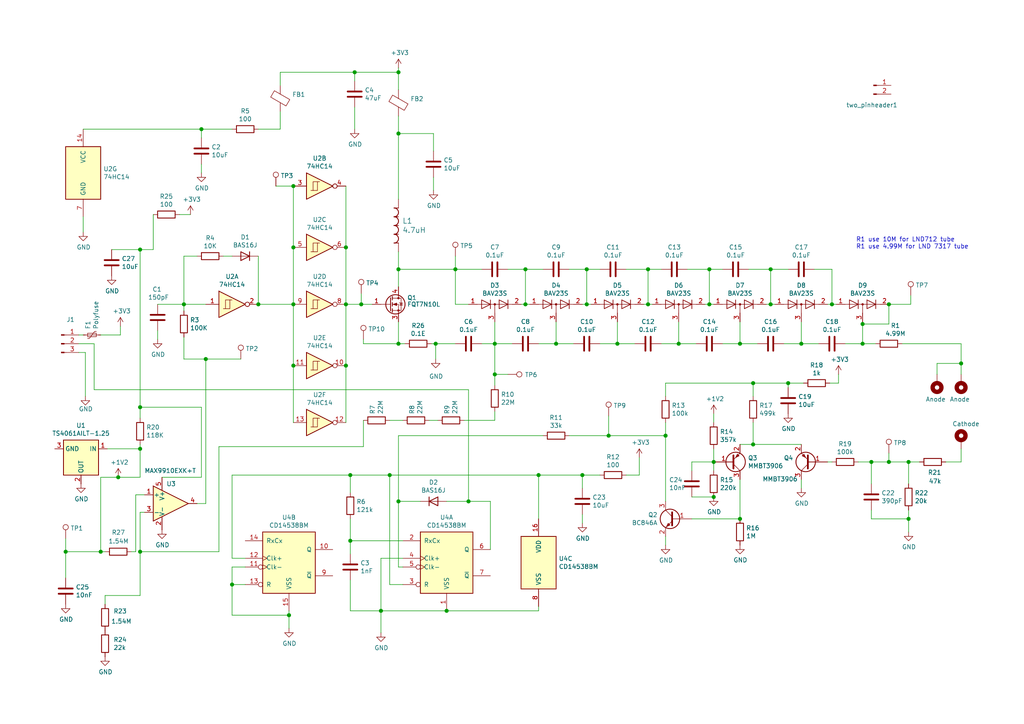
<source format=kicad_sch>
(kicad_sch (version 20210406) (generator eeschema)
  (paper "A4")
  (title_block (title "SafePulse High Voltage Geiger Muller Power Supply") (date "2021-05-10") (rev "1.2.1e") (company "SafeCast Team") (comment 1 "Double Sided Version") (comment 2 "contact: Allan Lind allan@safecast.org and Rob Oudendijk rob@safecast.org"))
  (lib_symbols
    (symbol "2021-01-06_02-33-04:NRS6020T2R2NMGJ" (pin_numbers hide) (pin_names (offset 1.651) hide)
      (property "Reference" "L" (at 6.985 5.08 0))
      (property "Value" "NRS6020T2R2NMGJ" (at 6.985 -5.715 0))
      (symbol "NRS6020T2R2NMGJ_1_1"
        (pin unspecified line (at 15.24 0 180) (length 2.54) (name "1") (number "1"))
        (pin unspecified line (at 0 0 0) (length 2.54) (name "2") (number "2"))
      )
    )
    (symbol "4xxx:4538" (pin_names (offset 1.016))
      (property "Reference" "U" (at -7.62 8.89 0))
      (property "Value" "4538" (at -7.62 -11.43 0))
      (symbol "4538_1_0"
        (pin power_in line (at 0 -15.24 90) (length 5.08) (name "VSS") (number "1"))
        (pin input line (at -12.7 5.08 0) (length 5.08) (name "RxCx") (number "2"))
        (pin input inverted (at -12.7 -7.62 0) (length 5.08) (name "R") (number "3"))
        (pin input clock (at -12.7 0 0) (length 5.08) (name "Clk+") (number "4"))
        (pin input inverted_clock (at -12.7 -2.54 0) (length 5.08) (name "Clk-") (number "5"))
        (pin output line (at 12.7 2.54 180) (length 5.08) (name "Q") (number "6"))
        (pin output line (at 12.7 -5.08 180) (length 5.08) (name "~Q") (number "7"))
      )
      (symbol "4538_2_0"
        (pin output line (at 12.7 2.54 180) (length 5.08) (name "Q") (number "10"))
        (pin input inverted_clock (at -12.7 -2.54 0) (length 5.08) (name "Clk-") (number "11"))
        (pin input clock (at -12.7 0 0) (length 5.08) (name "Clk+") (number "12"))
        (pin input inverted (at -12.7 -7.62 0) (length 5.08) (name "R") (number "13"))
        (pin input line (at -12.7 5.08 0) (length 5.08) (name "RxCx") (number "14"))
        (pin power_in line (at 0 -15.24 90) (length 5.08) (name "VSS") (number "15"))
        (pin output line (at 12.7 -5.08 180) (length 5.08) (name "~Q") (number "9"))
      )
      (symbol "4538_3_0"
        (pin power_in line (at 0 12.7 270) (length 5.08) (name "VDD") (number "16"))
        (pin power_in line (at 0 -12.7 90) (length 5.08) (name "VSS") (number "8"))
      )
    )
    (symbol "74xx:74HC14" (pin_names (offset 1.016))
      (property "Reference" "U" (at 0 1.27 0))
      (property "Value" "74HC14" (at 0 -1.27 0))
      (symbol "74HC14_1_0"
        (pin input line (at -7.62 0 0) (length 3.81) (name "~") (number "1"))
        (pin output inverted (at 7.62 0 180) (length 3.81) (name "~") (number "2"))
      )
      (symbol "74HC14_2_0"
        (pin input line (at -7.62 0 0) (length 3.81) (name "~") (number "3"))
        (pin output inverted (at 7.62 0 180) (length 3.81) (name "~") (number "4"))
      )
      (symbol "74HC14_3_0"
        (pin input line (at -7.62 0 0) (length 3.81) (name "~") (number "5"))
        (pin output inverted (at 7.62 0 180) (length 3.81) (name "~") (number "6"))
      )
      (symbol "74HC14_4_0"
        (pin output inverted (at 7.62 0 180) (length 3.81) (name "~") (number "8"))
        (pin input line (at -7.62 0 0) (length 3.81) (name "~") (number "9"))
      )
      (symbol "74HC14_5_0"
        (pin output inverted (at 7.62 0 180) (length 3.81) (name "~") (number "10"))
        (pin input line (at -7.62 0 0) (length 3.81) (name "~") (number "11"))
      )
      (symbol "74HC14_6_0"
        (pin output inverted (at 7.62 0 180) (length 3.81) (name "~") (number "12"))
        (pin input line (at -7.62 0 0) (length 3.81) (name "~") (number "13"))
      )
      (symbol "74HC14_7_0"
        (pin power_in line (at 0 12.7 270) (length 5.08) (name "VCC") (number "14"))
        (pin power_in line (at 0 -12.7 90) (length 5.08) (name "GND") (number "7"))
      )
    )
    (symbol "Amplifier_Operational:MCP6L01Ux-xOT" (pin_names (offset 0.127))
      (property "Reference" "U" (at 0 7.62 0))
      (property "Value" "MCP6L01Ux-xOT" (at 0 5.08 0))
      (symbol "MCP6L01Ux-xOT_1_1"
        (pin input line (at -7.62 2.54 0) (length 2.54) (name "+") (number "1"))
        (pin power_in line (at -2.54 -7.62 90) (length 3.81) (name "V-") (number "2"))
        (pin input line (at -7.62 -2.54 0) (length 2.54) (name "-") (number "3"))
        (pin output line (at 7.62 0 180) (length 2.54) (name "~") (number "4"))
        (pin power_in line (at -2.54 7.62 270) (length 3.81) (name "V+") (number "5"))
      )
    )
    (symbol "Connector:Conn_01x02_Male" (pin_names (offset 1.016) hide)
      (property "Reference" "J" (at 0 2.54 0))
      (property "Value" "Conn_01x02_Male" (at 0 -5.08 0))
      (symbol "Conn_01x02_Male_1_1"
        (pin passive line (at 5.08 0 180) (length 3.81) (name "Pin_1") (number "1"))
        (pin passive line (at 5.08 -2.54 180) (length 3.81) (name "Pin_2") (number "2"))
      )
    )
    (symbol "Connector:Conn_01x03_Male" (pin_names (offset 1.016) hide)
      (property "Reference" "J" (at 0 5.08 0))
      (property "Value" "Conn_01x03_Male" (at 0 -5.08 0))
      (symbol "Conn_01x03_Male_1_1"
        (pin passive line (at 5.08 2.54 180) (length 3.81) (name "Pin_1") (number "1"))
        (pin passive line (at 5.08 0 180) (length 3.81) (name "Pin_2") (number "2"))
        (pin passive line (at 5.08 -2.54 180) (length 3.81) (name "Pin_3") (number "3"))
      )
    )
    (symbol "Connector:TestPoint" (pin_numbers hide) (pin_names (offset 0.762) hide)
      (property "Reference" "TP" (at 0 6.858 0))
      (property "Value" "TestPoint" (at 0 5.08 0))
      (symbol "TestPoint_1_1"
        (pin passive line (at 0 0 90) (length 2.54) (name "1") (number "1"))
      )
    )
    (symbol "Device:C" (pin_numbers hide) (pin_names (offset 0.254))
      (property "Reference" "C" (at 0.635 2.54 0))
      (property "Value" "C" (at 0.635 -2.54 0))
      (symbol "C_1_1"
        (pin passive line (at 0 3.81 270) (length 2.794) (name "~") (number "1"))
        (pin passive line (at 0 -3.81 90) (length 2.794) (name "~") (number "2"))
      )
    )
    (symbol "Device:Ferrite_Bead" (pin_numbers hide) (pin_names (offset 0))
      (property "Reference" "FB" (at -3.81 0.635 90))
      (property "Value" "Ferrite_Bead" (at 3.81 0 90))
      (symbol "Ferrite_Bead_1_1"
        (pin passive line (at 0 3.81 270) (length 2.54) (name "~") (number "1"))
        (pin passive line (at 0 -3.81 90) (length 2.54) (name "~") (number "2"))
      )
    )
    (symbol "Device:Polyfuse_Small" (pin_numbers hide) (pin_names (offset 0))
      (property "Reference" "F" (at -1.905 0 90))
      (property "Value" "Polyfuse_Small" (at 1.905 0 90))
      (symbol "Polyfuse_Small_1_1"
        (pin passive line (at 0 2.54 270) (length 0.635) (name "~") (number "1"))
        (pin passive line (at 0 -2.54 90) (length 0.635) (name "~") (number "2"))
      )
    )
    (symbol "Device:R" (pin_numbers hide) (pin_names (offset 0))
      (property "Reference" "R" (at 2.032 0 90))
      (property "Value" "R" (at 0 0 90))
      (symbol "R_1_1"
        (pin passive line (at 0 3.81 270) (length 1.27) (name "~") (number "1"))
        (pin passive line (at 0 -3.81 90) (length 1.27) (name "~") (number "2"))
      )
    )
    (symbol "Diode:1N4148W" (pin_numbers hide) (pin_names (offset 1.016) hide)
      (property "Reference" "D" (at 0 2.54 0))
      (property "Value" "1N4148W" (at 0 -2.54 0))
      (symbol "1N4148W_1_1"
        (pin passive line (at -3.81 0 0) (length 2.54) (name "K") (number "1"))
        (pin passive line (at 3.81 0 180) (length 2.54) (name "A") (number "2"))
      )
    )
    (symbol "Diode:BAV99" (pin_names hide)
      (property "Reference" "D" (at 0 5.08 0))
      (property "Value" "BAV99" (at 0 2.54 0))
      (symbol "BAV99_1_1"
        (pin passive line (at -7.62 0 0) (length 2.54) (name "K") (number "1"))
        (pin passive line (at 7.62 0 180) (length 2.54) (name "A") (number "2"))
        (pin passive line (at 0 -5.08 90) (length 2.54) (name "K") (number "3"))
      )
    )
    (symbol "Mechanical:MountingHole_Pad" (pin_numbers hide) (pin_names (offset 1.016) hide)
      (property "Reference" "H" (at 0 6.35 0))
      (property "Value" "MountingHole_Pad" (at 0 4.445 0))
      (symbol "MountingHole_Pad_1_1"
        (pin input line (at 0 -2.54 90) (length 2.54) (name "1") (number "1"))
      )
    )
    (symbol "Reference_Voltage:MAX6035xxUR30"
      (property "Reference" "U" (at 0 6.35 0))
      (property "Value" "MAX6035xxUR30" (at 2.54 -6.35 0))
      (symbol "MAX6035xxUR30_1_1"
        (pin power_in line (at -2.54 7.62 270) (length 2.54) (name "IN") (number "1"))
        (pin power_out line (at 7.62 0 180) (length 2.54) (name "OUT") (number "2"))
        (pin power_in line (at -2.54 -7.62 90) (length 2.54) (name "GND") (number "3"))
      )
    )
    (symbol "Transistor_BJT:BC846" (pin_names (offset 0) hide)
      (property "Reference" "Q" (at 5.08 1.905 0))
      (property "Value" "BC846" (at 5.08 0 0))
      (symbol "BC846_1_1"
        (pin input line (at -5.08 0 0) (length 5.715) (name "B") (number "1"))
        (pin passive line (at 2.54 -5.08 90) (length 2.54) (name "E") (number "2"))
        (pin passive line (at 2.54 5.08 270) (length 2.54) (name "C") (number "3"))
      )
    )
    (symbol "Transistor_BJT:MMBT3906" (pin_names (offset 0) hide)
      (property "Reference" "Q" (at 5.08 1.905 0))
      (property "Value" "MMBT3906" (at 5.08 0 0))
      (symbol "MMBT3906_1_1"
        (pin input line (at -5.08 0 0) (length 5.715) (name "B") (number "1"))
        (pin passive line (at 2.54 -5.08 90) (length 2.54) (name "E") (number "2"))
        (pin passive line (at 2.54 5.08 270) (length 2.54) (name "C") (number "3"))
      )
    )
    (symbol "Transistor_FET:IRF6655" (pin_names hide)
      (property "Reference" "Q" (at 5.08 1.905 0))
      (property "Value" "IRF6655" (at 5.08 0 0))
      (symbol "IRF6655_1_1"
        (pin input line (at -5.08 0 0) (length 2.54) (name "G") (number "1"))
        (pin passive line (at 2.54 -5.08 90) (length 2.54) (name "S") (number "3"))
        (pin passive line (at 2.54 5.08 270) (length 2.54) (name "D") (number "4"))
      )
    )
    (symbol "power:+1V2" (power) (pin_names (offset 0))
      (property "Value" "+1V2" (at 0 3.556 0))
      (symbol "+1V2_1_1"
        (pin power_in line (at 0 0 90) (length 0) hide (name "+1V2") (number "1"))
      )
    )
    (symbol "power:+3.3V" (power) (pin_names (offset 0))
      (property "Value" "+3.3V" (at 0 3.556 0))
      (symbol "+3.3V_1_1"
        (pin power_in line (at 0 0 90) (length 0) hide (name "+3V3") (number "1"))
      )
    )
    (symbol "power:+3V3" (power) (pin_names (offset 0))
      (property "Value" "+3V3" (at 0 3.556 0))
      (symbol "+3V3_1_1"
        (pin power_in line (at 0 0 90) (length 0) hide (name "+3V3") (number "1"))
      )
    )
    (symbol "power:GND" (power) (pin_names (offset 0))
      (property "Value" "GND" (at 0 -3.81 0))
      (symbol "GND_1_1"
        (pin power_in line (at 0 0 270) (length 0) hide (name "GND") (number "1"))
      )
    )
  )
  (junction (at 19.05 160.02) (diameter 1.016))
  (junction (at 29.21 160.02) (diameter 1.016))
  (junction (at 34.29 138.43) (diameter 1.016))
  (junction (at 40.64 72.39) (diameter 1.016))
  (junction (at 40.64 118.11) (diameter 1.016))
  (junction (at 40.64 130.175) (diameter 1.016))
  (junction (at 40.64 160.02) (diameter 1.016))
  (junction (at 53.34 88.265) (diameter 1.016))
  (junction (at 58.42 37.465) (diameter 1.016))
  (junction (at 59.69 104.14) (diameter 1.016))
  (junction (at 67.31 169.545) (diameter 1.016))
  (junction (at 74.93 88.265) (diameter 1.016))
  (junction (at 83.82 178.435) (diameter 1.016))
  (junction (at 85.09 53.975) (diameter 1.016))
  (junction (at 85.09 71.755) (diameter 1.016))
  (junction (at 85.09 88.265) (diameter 1.016))
  (junction (at 85.09 106.045) (diameter 1.016))
  (junction (at 100.33 71.755) (diameter 1.016))
  (junction (at 100.33 88.265) (diameter 1.016))
  (junction (at 100.33 106.045) (diameter 1.016))
  (junction (at 101.6 137.795) (diameter 1.016))
  (junction (at 101.6 156.845) (diameter 1.016))
  (junction (at 102.87 20.955) (diameter 1.016))
  (junction (at 104.775 88.265) (diameter 1.016))
  (junction (at 110.49 177.165) (diameter 1.016))
  (junction (at 113.03 137.795) (diameter 1.016))
  (junction (at 115.57 20.955) (diameter 1.016))
  (junction (at 115.57 38.735) (diameter 1.016))
  (junction (at 115.57 78.105) (diameter 1.016))
  (junction (at 115.57 99.695) (diameter 1.016))
  (junction (at 115.57 145.415) (diameter 1.016))
  (junction (at 126.365 99.695) (diameter 1.016))
  (junction (at 129.54 177.165) (diameter 1.016))
  (junction (at 132.08 78.105) (diameter 1.016))
  (junction (at 135.89 145.415) (diameter 1.016))
  (junction (at 143.51 99.695) (diameter 1.016))
  (junction (at 143.51 108.585) (diameter 1.016))
  (junction (at 152.4 78.105) (diameter 1.016))
  (junction (at 152.4 88.265) (diameter 1.016))
  (junction (at 156.21 137.795) (diameter 1.016))
  (junction (at 161.29 99.695) (diameter 1.016))
  (junction (at 168.91 137.795) (diameter 1.016))
  (junction (at 170.18 78.105) (diameter 1.016))
  (junction (at 170.18 88.265) (diameter 1.016))
  (junction (at 176.53 126.365) (diameter 1.016))
  (junction (at 179.07 99.695) (diameter 1.016))
  (junction (at 187.96 78.105) (diameter 1.016))
  (junction (at 187.96 88.265) (diameter 1.016))
  (junction (at 193.04 126.365) (diameter 1.016))
  (junction (at 196.85 99.695) (diameter 1.016))
  (junction (at 205.74 78.105) (diameter 1.016))
  (junction (at 205.74 88.265) (diameter 1.016))
  (junction (at 207.01 133.985) (diameter 1.016))
  (junction (at 207.01 144.145) (diameter 1.016))
  (junction (at 214.63 99.695) (diameter 1.016))
  (junction (at 214.63 150.495) (diameter 1.016))
  (junction (at 218.44 111.125) (diameter 1.016))
  (junction (at 218.44 128.905) (diameter 1.016))
  (junction (at 223.52 78.105) (diameter 1.016))
  (junction (at 223.52 88.265) (diameter 1.016))
  (junction (at 228.6 111.125) (diameter 1.016))
  (junction (at 232.41 99.695) (diameter 1.016))
  (junction (at 241.3 88.265) (diameter 1.016))
  (junction (at 250.19 93.98) (diameter 1.016))
  (junction (at 250.19 99.695) (diameter 1.016))
  (junction (at 252.73 133.985) (diameter 1.016))
  (junction (at 257.81 88.265) (diameter 1.016))
  (junction (at 257.81 133.985) (diameter 1.016))
  (junction (at 263.525 133.985) (diameter 1.016))
  (junction (at 263.525 150.495) (diameter 1.016))
  (junction (at 278.765 105.41) (diameter 1.016))
  (wire (pts (xy 19.05 156.21) (xy 19.05 160.02)))
  (wire (pts (xy 19.05 160.02) (xy 19.05 167.64)))
  (wire (pts (xy 19.05 160.02) (xy 29.21 160.02)))
  (wire (pts (xy 22.86 97.155) (xy 24.13 97.155)))
  (wire (pts (xy 22.86 99.695) (xy 27.305 99.695)))
  (wire (pts (xy 22.86 102.235) (xy 24.765 102.235)))
  (wire (pts (xy 24.13 37.465) (xy 58.42 37.465)))
  (wire (pts (xy 24.13 62.865) (xy 24.13 67.31)))
  (wire (pts (xy 24.765 102.235) (xy 24.765 114.935)))
  (wire (pts (xy 27.305 99.695) (xy 27.305 113.03)))
  (wire (pts (xy 27.305 113.03) (xy 135.89 113.03)))
  (wire (pts (xy 29.21 97.155) (xy 34.925 97.155)))
  (wire (pts (xy 29.21 138.43) (xy 29.21 160.02)))
  (wire (pts (xy 29.21 138.43) (xy 34.29 138.43)))
  (wire (pts (xy 29.21 160.02) (xy 30.48 160.02)))
  (wire (pts (xy 30.48 172.72) (xy 30.48 175.26)))
  (wire (pts (xy 31.115 130.175) (xy 40.64 130.175)))
  (wire (pts (xy 32.385 72.39) (xy 40.64 72.39)))
  (wire (pts (xy 34.925 97.155) (xy 34.925 94.615)))
  (wire (pts (xy 38.1 160.02) (xy 39.37 160.02)))
  (wire (pts (xy 39.37 143.51) (xy 39.37 160.02)))
  (wire (pts (xy 39.37 143.51) (xy 41.91 143.51)))
  (wire (pts (xy 40.64 72.39) (xy 40.64 118.11)))
  (wire (pts (xy 40.64 72.39) (xy 44.45 72.39)))
  (wire (pts (xy 40.64 118.11) (xy 40.64 121.285)))
  (wire (pts (xy 40.64 128.905) (xy 40.64 130.175)))
  (wire (pts (xy 40.64 130.175) (xy 40.64 138.43)))
  (wire (pts (xy 40.64 138.43) (xy 34.29 138.43)))
  (wire (pts (xy 40.64 148.59) (xy 40.64 160.02)))
  (wire (pts (xy 40.64 148.59) (xy 41.91 148.59)))
  (wire (pts (xy 40.64 160.02) (xy 40.64 172.72)))
  (wire (pts (xy 40.64 160.02) (xy 63.5 160.02)))
  (wire (pts (xy 40.64 172.72) (xy 30.48 172.72)))
  (wire (pts (xy 44.45 72.39) (xy 44.45 62.23)))
  (wire (pts (xy 45.72 88.265) (xy 53.34 88.265)))
  (wire (pts (xy 45.72 95.885) (xy 45.72 98.425)))
  (wire (pts (xy 46.99 138.43) (xy 58.42 138.43)))
  (wire (pts (xy 52.07 62.23) (xy 55.245 62.23)))
  (wire (pts (xy 53.34 74.295) (xy 53.34 88.265)))
  (wire (pts (xy 53.34 74.295) (xy 57.15 74.295)))
  (wire (pts (xy 53.34 88.265) (xy 53.34 90.17)))
  (wire (pts (xy 53.34 88.265) (xy 59.69 88.265)))
  (wire (pts (xy 53.34 97.79) (xy 53.34 104.14)))
  (wire (pts (xy 53.34 104.14) (xy 59.69 104.14)))
  (wire (pts (xy 57.15 146.05) (xy 59.69 146.05)))
  (wire (pts (xy 58.42 40.005) (xy 58.42 37.465)))
  (wire (pts (xy 58.42 50.165) (xy 58.42 47.625)))
  (wire (pts (xy 58.42 118.11) (xy 40.64 118.11)))
  (wire (pts (xy 58.42 118.11) (xy 58.42 138.43)))
  (wire (pts (xy 59.69 104.14) (xy 59.69 146.05)))
  (wire (pts (xy 59.69 104.14) (xy 69.85 104.14)))
  (wire (pts (xy 63.5 129.54) (xy 105.41 129.54)))
  (wire (pts (xy 63.5 160.02) (xy 63.5 129.54)))
  (wire (pts (xy 64.77 74.295) (xy 67.31 74.295)))
  (wire (pts (xy 67.31 37.465) (xy 58.42 37.465)))
  (wire (pts (xy 67.31 137.795) (xy 67.31 161.925)))
  (wire (pts (xy 67.31 161.925) (xy 71.12 161.925)))
  (wire (pts (xy 67.31 164.465) (xy 67.31 169.545)))
  (wire (pts (xy 67.31 169.545) (xy 67.31 178.435)))
  (wire (pts (xy 67.31 178.435) (xy 83.82 178.435)))
  (wire (pts (xy 71.12 164.465) (xy 67.31 164.465)))
  (wire (pts (xy 71.12 169.545) (xy 67.31 169.545)))
  (wire (pts (xy 74.93 37.465) (xy 81.28 37.465)))
  (wire (pts (xy 74.93 74.295) (xy 74.93 88.265)))
  (wire (pts (xy 74.93 88.265) (xy 85.09 88.265)))
  (wire (pts (xy 80.01 53.975) (xy 85.09 53.975)))
  (wire (pts (xy 81.28 20.955) (xy 102.87 20.955)))
  (wire (pts (xy 81.28 24.765) (xy 81.28 20.955)))
  (wire (pts (xy 81.28 37.465) (xy 81.28 32.385)))
  (wire (pts (xy 83.82 178.435) (xy 83.82 177.165)))
  (wire (pts (xy 83.82 182.245) (xy 83.82 178.435)))
  (wire (pts (xy 85.09 53.975) (xy 85.09 71.755)))
  (wire (pts (xy 85.09 71.755) (xy 85.09 88.265)))
  (wire (pts (xy 85.09 106.045) (xy 85.09 88.265)))
  (wire (pts (xy 85.09 106.045) (xy 85.09 122.555)))
  (wire (pts (xy 100.33 53.975) (xy 100.33 71.755)))
  (wire (pts (xy 100.33 71.755) (xy 100.33 88.265)))
  (wire (pts (xy 100.33 88.265) (xy 100.33 106.045)))
  (wire (pts (xy 100.33 88.265) (xy 104.775 88.265)))
  (wire (pts (xy 100.33 106.045) (xy 100.33 122.555)))
  (wire (pts (xy 101.6 137.795) (xy 67.31 137.795)))
  (wire (pts (xy 101.6 142.875) (xy 101.6 137.795)))
  (wire (pts (xy 101.6 150.495) (xy 101.6 156.845)))
  (wire (pts (xy 101.6 156.845) (xy 101.6 160.655)))
  (wire (pts (xy 101.6 168.275) (xy 101.6 177.165)))
  (wire (pts (xy 101.6 177.165) (xy 110.49 177.165)))
  (wire (pts (xy 102.87 20.955) (xy 115.57 20.955)))
  (wire (pts (xy 102.87 23.495) (xy 102.87 20.955)))
  (wire (pts (xy 102.87 31.115) (xy 102.87 37.465)))
  (wire (pts (xy 104.775 85.09) (xy 104.775 88.265)))
  (wire (pts (xy 104.775 88.265) (xy 107.95 88.265)))
  (wire (pts (xy 105.41 98.425) (xy 105.41 99.695)))
  (wire (pts (xy 105.41 99.695) (xy 115.57 99.695)))
  (wire (pts (xy 105.41 121.92) (xy 105.41 129.54)))
  (wire (pts (xy 110.49 161.925) (xy 110.49 177.165)))
  (wire (pts (xy 110.49 177.165) (xy 110.49 183.515)))
  (wire (pts (xy 110.49 177.165) (xy 129.54 177.165)))
  (wire (pts (xy 113.03 121.92) (xy 116.84 121.92)))
  (wire (pts (xy 113.03 137.795) (xy 101.6 137.795)))
  (wire (pts (xy 113.03 137.795) (xy 156.21 137.795)))
  (wire (pts (xy 113.03 169.545) (xy 113.03 137.795)))
  (wire (pts (xy 115.57 20.955) (xy 115.57 19.685)))
  (wire (pts (xy 115.57 26.035) (xy 115.57 20.955)))
  (wire (pts (xy 115.57 33.655) (xy 115.57 38.735)))
  (wire (pts (xy 115.57 38.735) (xy 115.57 57.785)))
  (wire (pts (xy 115.57 73.025) (xy 115.57 78.105)))
  (wire (pts (xy 115.57 78.105) (xy 132.08 78.105)))
  (wire (pts (xy 115.57 83.185) (xy 115.57 78.105)))
  (wire (pts (xy 115.57 93.345) (xy 115.57 99.695)))
  (wire (pts (xy 115.57 126.365) (xy 157.48 126.365)))
  (wire (pts (xy 115.57 145.415) (xy 115.57 126.365)))
  (wire (pts (xy 115.57 145.415) (xy 121.92 145.415)))
  (wire (pts (xy 115.57 164.465) (xy 115.57 145.415)))
  (wire (pts (xy 116.84 156.845) (xy 101.6 156.845)))
  (wire (pts (xy 116.84 161.925) (xy 110.49 161.925)))
  (wire (pts (xy 116.84 164.465) (xy 115.57 164.465)))
  (wire (pts (xy 116.84 169.545) (xy 113.03 169.545)))
  (wire (pts (xy 117.475 99.695) (xy 115.57 99.695)))
  (wire (pts (xy 124.46 121.92) (xy 127 121.92)))
  (wire (pts (xy 125.095 99.695) (xy 126.365 99.695)))
  (wire (pts (xy 125.73 38.735) (xy 115.57 38.735)))
  (wire (pts (xy 125.73 43.815) (xy 125.73 38.735)))
  (wire (pts (xy 125.73 55.245) (xy 125.73 51.435)))
  (wire (pts (xy 126.365 99.695) (xy 132.08 99.695)))
  (wire (pts (xy 126.365 104.14) (xy 126.365 99.695)))
  (wire (pts (xy 129.54 145.415) (xy 135.89 145.415)))
  (wire (pts (xy 129.54 177.165) (xy 156.21 177.165)))
  (wire (pts (xy 132.08 74.295) (xy 132.08 78.105)))
  (wire (pts (xy 132.08 78.105) (xy 132.08 88.265)))
  (wire (pts (xy 135.89 88.265) (xy 132.08 88.265)))
  (wire (pts (xy 135.89 113.03) (xy 135.89 145.415)))
  (wire (pts (xy 135.89 145.415) (xy 142.24 145.415)))
  (wire (pts (xy 139.7 78.105) (xy 132.08 78.105)))
  (wire (pts (xy 139.7 99.695) (xy 143.51 99.695)))
  (wire (pts (xy 142.24 145.415) (xy 142.24 159.385)))
  (wire (pts (xy 143.51 93.345) (xy 143.51 99.695)))
  (wire (pts (xy 143.51 99.695) (xy 143.51 108.585)))
  (wire (pts (xy 143.51 99.695) (xy 148.59 99.695)))
  (wire (pts (xy 143.51 108.585) (xy 143.51 111.76)))
  (wire (pts (xy 143.51 108.585) (xy 147.32 108.585)))
  (wire (pts (xy 143.51 119.38) (xy 143.51 121.92)))
  (wire (pts (xy 143.51 121.92) (xy 134.62 121.92)))
  (wire (pts (xy 151.13 88.265) (xy 152.4 88.265)))
  (wire (pts (xy 152.4 78.105) (xy 147.32 78.105)))
  (wire (pts (xy 152.4 88.265) (xy 152.4 78.105)))
  (wire (pts (xy 152.4 88.265) (xy 153.67 88.265)))
  (wire (pts (xy 156.21 99.695) (xy 161.29 99.695)))
  (wire (pts (xy 156.21 137.795) (xy 168.91 137.795)))
  (wire (pts (xy 156.21 150.495) (xy 156.21 137.795)))
  (wire (pts (xy 156.21 177.165) (xy 156.21 175.895)))
  (wire (pts (xy 157.48 78.105) (xy 152.4 78.105)))
  (wire (pts (xy 161.29 93.345) (xy 161.29 99.695)))
  (wire (pts (xy 161.29 99.695) (xy 166.37 99.695)))
  (wire (pts (xy 165.1 78.105) (xy 170.18 78.105)))
  (wire (pts (xy 165.1 126.365) (xy 176.53 126.365)))
  (wire (pts (xy 168.91 88.265) (xy 170.18 88.265)))
  (wire (pts (xy 168.91 137.795) (xy 173.99 137.795)))
  (wire (pts (xy 168.91 141.605) (xy 168.91 137.795)))
  (wire (pts (xy 168.91 149.225) (xy 168.91 151.765)))
  (wire (pts (xy 170.18 78.105) (xy 173.99 78.105)))
  (wire (pts (xy 170.18 88.265) (xy 170.18 78.105)))
  (wire (pts (xy 170.18 88.265) (xy 171.45 88.265)))
  (wire (pts (xy 173.99 99.695) (xy 179.07 99.695)))
  (wire (pts (xy 176.53 120.65) (xy 176.53 126.365)))
  (wire (pts (xy 176.53 126.365) (xy 193.04 126.365)))
  (wire (pts (xy 179.07 93.345) (xy 179.07 99.695)))
  (wire (pts (xy 179.07 99.695) (xy 184.15 99.695)))
  (wire (pts (xy 181.61 78.105) (xy 187.96 78.105)))
  (wire (pts (xy 181.61 137.795) (xy 185.42 137.795)))
  (wire (pts (xy 185.42 137.795) (xy 185.42 132.715)))
  (wire (pts (xy 186.69 88.265) (xy 187.96 88.265)))
  (wire (pts (xy 187.96 78.105) (xy 191.77 78.105)))
  (wire (pts (xy 187.96 88.265) (xy 187.96 78.105)))
  (wire (pts (xy 187.96 88.265) (xy 189.23 88.265)))
  (wire (pts (xy 191.77 99.695) (xy 196.85 99.695)))
  (wire (pts (xy 193.04 111.125) (xy 193.04 114.935)))
  (wire (pts (xy 193.04 111.125) (xy 218.44 111.125)))
  (wire (pts (xy 193.04 122.555) (xy 193.04 126.365)))
  (wire (pts (xy 193.04 126.365) (xy 193.04 145.415)))
  (wire (pts (xy 193.04 158.115) (xy 193.04 155.575)))
  (wire (pts (xy 196.85 93.345) (xy 196.85 99.695)))
  (wire (pts (xy 196.85 99.695) (xy 201.93 99.695)))
  (wire (pts (xy 199.39 78.105) (xy 205.74 78.105)))
  (wire (pts (xy 200.66 133.985) (xy 207.01 133.985)))
  (wire (pts (xy 200.66 136.525) (xy 200.66 133.985)))
  (wire (pts (xy 200.66 144.145) (xy 207.01 144.145)))
  (wire (pts (xy 200.66 150.495) (xy 214.63 150.495)))
  (wire (pts (xy 204.47 88.265) (xy 205.74 88.265)))
  (wire (pts (xy 205.74 78.105) (xy 209.55 78.105)))
  (wire (pts (xy 205.74 88.265) (xy 205.74 78.105)))
  (wire (pts (xy 205.74 88.265) (xy 207.01 88.265)))
  (wire (pts (xy 207.01 120.015) (xy 207.01 122.555)))
  (wire (pts (xy 207.01 130.175) (xy 207.01 133.985)))
  (wire (pts (xy 207.01 133.985) (xy 207.01 136.525)))
  (wire (pts (xy 209.55 99.695) (xy 214.63 99.695)))
  (wire (pts (xy 214.63 93.345) (xy 214.63 99.695)))
  (wire (pts (xy 214.63 99.695) (xy 219.71 99.695)))
  (wire (pts (xy 214.63 128.905) (xy 218.44 128.905)))
  (wire (pts (xy 214.63 139.065) (xy 214.63 150.495)))
  (wire (pts (xy 217.17 78.105) (xy 223.52 78.105)))
  (wire (pts (xy 218.44 111.125) (xy 218.44 114.935)))
  (wire (pts (xy 218.44 111.125) (xy 228.6 111.125)))
  (wire (pts (xy 218.44 122.555) (xy 218.44 128.905)))
  (wire (pts (xy 218.44 128.905) (xy 232.41 128.905)))
  (wire (pts (xy 222.25 88.265) (xy 223.52 88.265)))
  (wire (pts (xy 223.52 78.105) (xy 228.6 78.105)))
  (wire (pts (xy 223.52 88.265) (xy 223.52 78.105)))
  (wire (pts (xy 223.52 88.265) (xy 224.79 88.265)))
  (wire (pts (xy 227.33 99.695) (xy 232.41 99.695)))
  (wire (pts (xy 228.6 111.125) (xy 228.6 112.395)))
  (wire (pts (xy 228.6 111.125) (xy 233.045 111.125)))
  (wire (pts (xy 232.41 93.345) (xy 232.41 99.695)))
  (wire (pts (xy 232.41 99.695) (xy 237.49 99.695)))
  (wire (pts (xy 232.41 141.605) (xy 232.41 139.065)))
  (wire (pts (xy 236.22 78.105) (xy 241.3 78.105)))
  (wire (pts (xy 240.03 88.265) (xy 241.3 88.265)))
  (wire (pts (xy 240.03 133.985) (xy 241.3 133.985)))
  (wire (pts (xy 240.665 111.125) (xy 243.205 111.125)))
  (wire (pts (xy 241.3 78.105) (xy 241.3 88.265)))
  (wire (pts (xy 241.3 88.265) (xy 242.57 88.265)))
  (wire (pts (xy 243.205 111.125) (xy 243.205 108.585)))
  (wire (pts (xy 245.11 99.695) (xy 250.19 99.695)))
  (wire (pts (xy 248.92 133.985) (xy 252.73 133.985)))
  (wire (pts (xy 250.19 93.345) (xy 250.19 93.98)))
  (wire (pts (xy 250.19 93.98) (xy 250.19 99.695)))
  (wire (pts (xy 250.19 93.98) (xy 257.81 93.98)))
  (wire (pts (xy 250.19 99.695) (xy 254 99.695)))
  (wire (pts (xy 252.73 133.985) (xy 252.73 140.335)))
  (wire (pts (xy 252.73 133.985) (xy 257.81 133.985)))
  (wire (pts (xy 252.73 147.955) (xy 252.73 150.495)))
  (wire (pts (xy 252.73 150.495) (xy 263.525 150.495)))
  (wire (pts (xy 257.81 88.265) (xy 264.16 88.265)))
  (wire (pts (xy 257.81 93.98) (xy 257.81 88.265)))
  (wire (pts (xy 257.81 131.445) (xy 257.81 133.985)))
  (wire (pts (xy 257.81 133.985) (xy 263.525 133.985)))
  (wire (pts (xy 261.62 99.695) (xy 278.765 99.695)))
  (wire (pts (xy 263.525 133.985) (xy 263.525 140.335)))
  (wire (pts (xy 263.525 133.985) (xy 266.7 133.985)))
  (wire (pts (xy 263.525 147.955) (xy 263.525 150.495)))
  (wire (pts (xy 263.525 150.495) (xy 263.525 154.305)))
  (wire (pts (xy 264.16 88.265) (xy 264.16 85.725)))
  (wire (pts (xy 271.78 105.41) (xy 278.765 105.41)))
  (wire (pts (xy 271.78 108.585) (xy 271.78 105.41)))
  (wire (pts (xy 274.32 133.985) (xy 278.765 133.985)))
  (wire (pts (xy 278.765 99.695) (xy 278.765 105.41)))
  (wire (pts (xy 278.765 105.41) (xy 278.765 108.585)))
  (wire (pts (xy 278.765 133.985) (xy 278.765 130.175)))
  (text "R1 use 10M for LND712 tube\nR1 use 4.99M for LND 7317 tube" (at 248.285 72.39 0) (effects (font (size 1.27 1.27)) (justify left bottom)))
  (symbol (lib_id "power:+1V2") (at 34.29 138.43 0) (unit 1)
    (property "Reference" "#PWR0103" (effects hide))
    (property "Value" "+1V2" (at 34.6583 134.1056 0))
  )
  (symbol (lib_id "power:+3.3V") (at 34.925 94.615 0) (unit 1)
    (property "Reference" "#PWR04" (effects hide))
    (property "Value" "+3.3V" (at 35.306 90.2208 0))
  )
  (symbol (lib_id "power:+3.3V") (at 55.245 62.23 0) (unit 1)
    (property "Reference" "#PWR0102" (effects hide))
    (property "Value" "+3.3V" (at 55.626 57.8358 0))
  )
  (symbol (lib_id "power:+3.3V") (at 115.57 19.685 0) (unit 1)
    (property "Reference" "#PWR013" (effects hide))
    (property "Value" "+3.3V" (at 115.951 15.2908 0))
  )
  (symbol (lib_id "power:+3.3V") (at 185.42 132.715 0) (unit 1)
    (property "Reference" "#PWR017" (effects hide))
    (property "Value" "+3.3V" (at 185.801 128.3208 0))
  )
  (symbol (lib_id "power:+1V2") (at 207.01 120.015 0) (unit 1)
    (property "Reference" "#PWR0104" (effects hide))
    (property "Value" "+1V2" (at 207.3783 115.6906 0))
  )
  (symbol (lib_id "power:+3V3") (at 243.205 108.585 0) (unit 1)
    (property "Reference" "#PWR024" (effects hide))
    (property "Value" "+3V3" (at 243.5733 104.2606 0))
  )
  (symbol (lib_id "Connector:TestPoint") (at 19.05 156.21 0) (unit 1) (in_bom no)
    (property "Reference" "TP1" (at 20.447 153.219 0) (effects (justify left)))
    (property "Value" "TestPoint" (effects hide))
    (property "Footprint" "TestPoint:TestPoint_Pad_1.0x1.0mm" (effects hide))
  )
  (symbol (lib_id "Connector:TestPoint") (at 69.85 104.14 0) (unit 1) (in_bom no)
    (property "Reference" "TP2" (at 71.247 101.149 0) (effects (justify left)))
    (property "Value" "TestPoint" (effects hide))
    (property "Footprint" "TestPoint:TestPoint_Pad_1.0x1.0mm" (effects hide))
  )
  (symbol (lib_id "Connector:TestPoint") (at 80.01 53.975 0) (unit 1) (in_bom no)
    (property "Reference" "TP3" (at 81.407 50.984 0) (effects (justify left)))
    (property "Value" "TestPoint" (effects hide))
    (property "Footprint" "TestPoint:TestPoint_Pad_1.0x1.0mm" (effects hide))
  )
  (symbol (lib_id "Connector:TestPoint") (at 104.775 85.09 0) (unit 1) (in_bom no)
    (property "Reference" "TP4" (at 106.172 82.099 0) (effects (justify left)))
    (property "Value" "TestPoint" (effects hide))
    (property "Footprint" "TestPoint:TestPoint_Pad_1.0x1.0mm" (effects hide))
  )
  (symbol (lib_id "Connector:TestPoint") (at 105.41 98.425 0) (unit 1) (in_bom no)
    (property "Reference" "TP10" (at 106.807 95.434 0) (effects (justify left)))
    (property "Value" "TestPoint" (effects hide))
    (property "Footprint" "TestPoint:TestPoint_Pad_1.0x1.0mm" (effects hide))
  )
  (symbol (lib_id "Connector:TestPoint") (at 132.08 74.295 0) (unit 1) (in_bom no)
    (property "Reference" "TP5" (at 133.477 71.304 0) (effects (justify left)))
    (property "Value" "TestPoint" (effects hide))
    (property "Footprint" "TestPoint:TestPoint_Pad_1.0x1.0mm" (effects hide))
  )
  (symbol (lib_id "Connector:TestPoint") (at 147.32 108.585 270) (unit 1) (in_bom no)
    (property "Reference" "TP6" (at 152.216 108.712 90) (effects (justify left)))
    (property "Value" "TestPoint" (effects hide))
    (property "Footprint" "TestPoint:TestPoint_Pad_1.0x1.0mm" (effects hide))
  )
  (symbol (lib_id "Connector:TestPoint") (at 176.53 120.65 0) (unit 1) (in_bom no)
    (property "Reference" "TP9" (at 177.927 117.659 0) (effects (justify left)))
    (property "Value" "TestPoint" (effects hide))
    (property "Footprint" "TestPoint:TestPoint_Pad_1.0x1.0mm" (effects hide))
  )
  (symbol (lib_id "Connector:TestPoint") (at 257.81 131.445 0) (unit 1) (in_bom no)
    (property "Reference" "TP8" (at 259.207 128.454 0) (effects (justify left)))
    (property "Value" "TestPoint" (effects hide))
    (property "Footprint" "TestPoint:TestPoint_Pad_1.0x1.0mm" (effects hide))
  )
  (symbol (lib_id "Connector:TestPoint") (at 264.16 85.725 0) (unit 1) (in_bom no)
    (property "Reference" "TP7" (at 265.557 82.734 0) (effects (justify left)))
    (property "Value" "TestPoint" (effects hide))
    (property "Footprint" "TestPoint:TestPoint_Pad_1.0x1.0mm" (effects hide))
  )
  (symbol (lib_id "power:GND") (at 19.05 175.26 0) (unit 1)
    (property "Reference" "#PWR0105" (effects hide))
    (property "Value" "GND" (at 19.177 179.6542 0))
  )
  (symbol (lib_id "power:GND") (at 23.495 140.335 0) (unit 1)
    (property "Reference" "#PWR01" (effects hide))
    (property "Value" "GND" (at 23.622 144.7292 0))
  )
  (symbol (lib_id "power:GND") (at 24.13 67.31 0) (unit 1)
    (property "Reference" "#PWR03" (effects hide))
    (property "Value" "GND" (at 24.257 71.7042 0))
  )
  (symbol (lib_id "power:GND") (at 24.765 114.935 0) (unit 1)
    (property "Reference" "#PWR05" (effects hide))
    (property "Value" "GND" (at 24.8793 118.6244 0))
  )
  (symbol (lib_id "power:GND") (at 30.48 190.5 0) (unit 1)
    (property "Reference" "#PWR02" (effects hide))
    (property "Value" "GND" (at 30.607 194.8942 0))
  )
  (symbol (lib_id "power:GND") (at 32.385 80.01 0) (unit 1)
    (property "Reference" "#PWR0101" (effects hide))
    (property "Value" "GND" (at 32.512 84.4042 0))
  )
  (symbol (lib_id "power:GND") (at 45.72 98.425 0) (unit 1)
    (property "Reference" "#PWR06" (effects hide))
    (property "Value" "GND" (at 45.847 102.8192 0))
  )
  (symbol (lib_id "power:GND") (at 46.99 153.67 0) (unit 1)
    (property "Reference" "#PWR0106" (effects hide))
    (property "Value" "GND" (at 47.117 158.0642 0))
  )
  (symbol (lib_id "power:GND") (at 58.42 50.165 0) (unit 1)
    (property "Reference" "#PWR09" (effects hide))
    (property "Value" "GND" (at 58.547 54.5592 0))
  )
  (symbol (lib_id "power:GND") (at 83.82 182.245 0) (unit 1)
    (property "Reference" "#PWR010" (effects hide))
    (property "Value" "GND" (at 83.947 186.6392 0))
  )
  (symbol (lib_id "power:GND") (at 102.87 37.465 0) (unit 1)
    (property "Reference" "#PWR011" (effects hide))
    (property "Value" "GND" (at 102.997 41.8592 0))
  )
  (symbol (lib_id "power:GND") (at 110.49 183.515 0) (unit 1)
    (property "Reference" "#PWR012" (effects hide))
    (property "Value" "GND" (at 110.617 187.9092 0))
  )
  (symbol (lib_id "power:GND") (at 125.73 55.245 0) (unit 1)
    (property "Reference" "#PWR015" (effects hide))
    (property "Value" "GND" (at 125.857 59.6392 0))
  )
  (symbol (lib_id "power:GND") (at 126.365 104.14 0) (unit 1)
    (property "Reference" "#PWR014" (effects hide))
    (property "Value" "GND" (at 126.492 109.1692 0))
  )
  (symbol (lib_id "power:GND") (at 168.91 151.765 0) (unit 1)
    (property "Reference" "#PWR016" (effects hide))
    (property "Value" "GND" (at 169.037 156.1592 0))
  )
  (symbol (lib_id "power:GND") (at 193.04 158.115 0) (unit 1)
    (property "Reference" "#PWR018" (effects hide))
    (property "Value" "GND" (at 193.167 162.5092 0))
  )
  (symbol (lib_id "power:GND") (at 207.01 144.145 0) (unit 1)
    (property "Reference" "#PWR020" (effects hide))
    (property "Value" "GND" (at 207.1243 148.4694 0))
  )
  (symbol (lib_id "power:GND") (at 214.63 158.115 0) (unit 1)
    (property "Reference" "#PWR021" (effects hide))
    (property "Value" "GND" (at 214.7443 162.4394 0))
  )
  (symbol (lib_id "power:GND") (at 228.6 120.015 0) (unit 1)
    (property "Reference" "#PWR022" (effects hide))
    (property "Value" "GND" (at 228.7143 124.3394 0))
  )
  (symbol (lib_id "power:GND") (at 232.41 141.605 0) (unit 1)
    (property "Reference" "#PWR023" (effects hide))
    (property "Value" "GND" (at 232.537 145.9992 0))
  )
  (symbol (lib_id "power:GND") (at 263.525 154.305 0) (unit 1)
    (property "Reference" "#PWR025" (effects hide))
    (property "Value" "GND" (at 263.6393 158.6294 0))
  )
  (symbol (lib_id "Device:Polyfuse_Small") (at 26.67 97.155 90) (unit 1)
    (property "Reference" "F1" (at 25.521 95.504 0) (effects (justify left)))
    (property "Value" "Polyfuse" (at 27.8193 95.5039 0) (effects (justify left)))
    (property "Footprint" "Resistor_SMD:R_0805_2012Metric" (effects hide))
    (property "Datasheet" "https://www.digikey.com/en/products/detail/murata-electronics/PRG21BC0R6MM1RA/2595395?s=N4IgTCBcDaICwE4AMBaAHAVgIyqygcgCIgC6AvkA" (effects hide))
    (property "Digikey" "490-8510-1-ND" (effects hide))
  )
  (symbol (lib_id "Connector:Conn_01x02_Male") (at 253.365 24.765 0) (unit 1)
    (property "Reference" "two_pinheader1" (at 252.882 30.461 0))
    (property "Value" "Conn_01x03_Male" (effects hide))
    (property "Footprint" "Connector_PinHeader_2.54mm:PinHeader_1x02_P2.54mm_Vertical" (effects hide))
  )
  (symbol (lib_id "Device:R") (at 30.48 179.07 0) (unit 1)
    (property "Reference" "R23" (at 32.893 177.267 0) (effects (justify left)))
    (property "Value" "1.54M" (at 32.258 180.213 0) (effects (justify left)))
    (property "Footprint" "Resistor_SMD:R_0805_2012Metric" (effects hide))
    (property "Datasheet" "https://www.digikey.com/en/products/detail/yageo/RC0805FR-071M54L/727500" (effects hide))
    (property "Digikey" "311-1.54MCRCT-ND" (effects hide))
  )
  (symbol (lib_id "Device:R") (at 30.48 186.69 0) (unit 1)
    (property "Reference" "R24" (at 32.893 185.522 0) (effects (justify left)))
    (property "Value" "22k" (at 32.893 187.833 0) (effects (justify left)))
    (property "Footprint" "Resistor_SMD:R_0805_2012Metric" (effects hide))
    (property "Datasheet" "https://www.bourns.com/docs/product-datasheets/CRxxxxx.pdf" (effects hide))
    (property "Digikey" "CR0805-FX-2202ELFCT-ND" (effects hide))
  )
  (symbol (lib_id "Device:R") (at 34.29 160.02 90) (unit 1)
    (property "Reference" "R27" (at 36.297 154.432 90) (effects (justify left)))
    (property "Value" "1.54M" (at 37.338 156.972 90) (effects (justify left)))
    (property "Footprint" "Resistor_SMD:R_0805_2012Metric" (effects hide))
    (property "Datasheet" "https://www.digikey.com/en/products/detail/yageo/RC0805FR-071M54L/727500" (effects hide))
    (property "Digikey" "311-1.54MCRCT-ND" (effects hide))
  )
  (symbol (lib_id "Device:R") (at 40.64 125.095 0) (unit 1)
    (property "Reference" "R20" (at 42.418 123.927 0) (effects (justify left)))
    (property "Value" "118K" (at 42.418 126.238 0) (effects (justify left)))
    (property "Footprint" "Resistor_SMD:R_0805_2012Metric" (effects hide))
    (property "Datasheet" "https://www.digikey.com/en/products/detail/yageo/RC0805FR-07118KL/727566" (effects hide))
    (property "Digikey" "311-118KCRCT-ND" (effects hide))
  )
  (symbol (lib_id "Device:R") (at 48.26 62.23 270) (unit 1)
    (property "Reference" "R25" (at 48.26 56.972 90))
    (property "Value" "100" (at 48.26 59.2836 90))
    (property "Footprint" "Resistor_SMD:R_0805_2012Metric" (effects hide))
    (property "Datasheet" "https://www.digikey.com/en/products/detail/te-connectivity-passive-product/CRG0805F100R/2380830" (effects hide))
    (property "Digikey" "A106053CT-ND" (effects hide))
  )
  (symbol (lib_id "Device:R") (at 53.34 93.98 0) (unit 1)
    (property "Reference" "R3" (at 55.118 92.8116 0) (effects (justify left)))
    (property "Value" "100K" (at 55.118 95.123 0) (effects (justify left)))
    (property "Footprint" "Resistor_SMD:R_0805_2012Metric" (effects hide))
    (property "Datasheet" "https://www.digikey.com/en/products/detail/stackpole-electronics-inc/RMCF0805FT100K/1760712" (effects hide))
    (property "Digikey" "RMCF0805FT100KCT-ND" (effects hide))
  )
  (symbol (lib_id "Device:R") (at 60.96 74.295 90) (unit 1)
    (property "Reference" "R4" (at 60.96 69.0372 90))
    (property "Value" "10K" (at 60.96 71.349 90))
    (property "Footprint" "Resistor_SMD:R_0805_2012Metric" (effects hide))
    (property "Datasheet" "https://www.digikey.com/en/products/detail/stackpole-electronics-inc/RNCP0805FTD10K0/2240262" (effects hide))
    (property "Digikey" "RNCP0805FTD10K0CT-ND" (effects hide))
  )
  (symbol (lib_id "Device:R") (at 71.12 37.465 90) (unit 1)
    (property "Reference" "R5" (at 71.12 32.2072 90))
    (property "Value" "100" (at 71.12 34.519 90))
    (property "Footprint" "Resistor_SMD:R_0805_2012Metric" (effects hide))
    (property "Datasheet" "https://www.digikey.com/en/products/detail/te-connectivity-passive-product/CRG0805F100R/2380830" (effects hide))
  )
  (symbol (lib_id "Device:R") (at 101.6 146.685 0) (unit 1)
    (property "Reference" "R6" (at 103.378 145.5166 0) (effects (justify left)))
    (property "Value" "121k" (at 103.378 147.828 0) (effects (justify left)))
    (property "Footprint" "Resistor_SMD:R_0805_2012Metric" (effects hide))
    (property "Datasheet" "https://www.digikey.com/en/products/detail/koa-speer-electronics-inc/RK73H2ATTD1213F/10235721" (effects hide))
    (property "Digikey" "2019-RK73H2ATTD1213FCT-ND" (effects hide))
  )
  (symbol (lib_id "Device:R") (at 109.22 121.92 90) (unit 1)
    (property "Reference" "R7" (at 108.0516 120.142 0) (effects (justify left)))
    (property "Value" "22M" (at 110.363 120.142 0) (effects (justify left)))
    (property "Footprint" "Resistor_SMD:R_0805_2012Metric" (effects hide))
    (property "Datasheet" "https://www.digikey.com/en/products/detail/stackpole-electronics-inc/RMCF0805FT22M0/6053747" (effects hide))
    (property "Digikey" "RMCF0805FT22M0CT-ND" (effects hide))
  )
  (symbol (lib_id "Device:R") (at 120.65 121.92 90) (unit 1)
    (property "Reference" "R8" (at 119.4816 120.142 0) (effects (justify left)))
    (property "Value" "22M" (at 121.793 120.142 0) (effects (justify left)))
    (property "Footprint" "Resistor_SMD:R_0805_2012Metric" (effects hide))
    (property "Datasheet" "https://www.digikey.com/en/products/detail/stackpole-electronics-inc/RMCF0805FT22M0/6053747" (effects hide))
    (property "Digikey" "RMCF0805FT22M0CT-ND" (effects hide))
  )
  (symbol (lib_id "Device:R") (at 121.285 99.695 90) (unit 1)
    (property "Reference" "R26" (at 121.285 94.437 90))
    (property "Value" "0.1E" (at 121.285 96.749 90))
    (property "Footprint" "Resistor_SMD:R_0805_2012Metric" (effects hide))
    (property "Datasheet" "https://www.digikey.com/en/products/detail/susumu/KRL1220E-M-R100-F-T5/3737982" (effects hide))
    (property "Digikey" "408-1556-1-ND" (effects hide))
  )
  (symbol (lib_id "Device:R") (at 130.81 121.92 90) (unit 1)
    (property "Reference" "R9" (at 129.6416 120.142 0) (effects (justify left)))
    (property "Value" "22M" (at 131.953 120.142 0) (effects (justify left)))
    (property "Footprint" "Resistor_SMD:R_0805_2012Metric" (effects hide))
    (property "Datasheet" "https://www.digikey.com/en/products/detail/stackpole-electronics-inc/RMCF0805FT22M0/6053747" (effects hide))
    (property "Digikey" "RMCF0805FT22M0CT-ND" (effects hide))
  )
  (symbol (lib_id "Device:R") (at 143.51 115.57 0) (unit 1)
    (property "Reference" "R10" (at 145.288 114.4016 0) (effects (justify left)))
    (property "Value" "22M" (at 145.288 116.713 0) (effects (justify left)))
    (property "Footprint" "Resistor_SMD:R_0805_2012Metric" (effects hide))
    (property "Datasheet" "https://www.digikey.com/en/products/detail/stackpole-electronics-inc/RMCF0805FT22M0/6053747" (effects hide))
    (property "Digikey" "RMCF0805FT22M0CT-ND" (effects hide))
  )
  (symbol (lib_id "Device:R") (at 161.29 126.365 90) (unit 1)
    (property "Reference" "R11" (at 161.29 121.1072 90))
    (property "Value" "33k" (at 161.29 123.4186 90))
    (property "Footprint" "Resistor_SMD:R_0805_2012Metric" (effects hide))
    (property "Datasheet" "https://www.digikey.com/en/products/detail/te-connectivity-passive-product/CRGCQ0805F33K/8576369" (effects hide))
    (property "Digikey" "A129767CT-ND" (effects hide))
  )
  (symbol (lib_id "Device:R") (at 177.8 137.795 270) (unit 1)
    (property "Reference" "R12" (at 177.8 132.5372 90))
    (property "Value" "100" (at 177.8 134.8486 90))
    (property "Footprint" "Resistor_SMD:R_0805_2012Metric" (effects hide))
    (property "Datasheet" "https://www.digikey.com/en/products/detail/te-connectivity-passive-product/CRG0805F100R/2380830" (effects hide))
    (property "Digikey" "A106053CT-ND" (effects hide))
  )
  (symbol (lib_id "Device:R") (at 193.04 118.745 0) (unit 1)
    (property "Reference" "R13" (at 194.8181 117.5956 0) (effects (justify left)))
    (property "Value" "100k" (at 194.818 119.894 0) (effects (justify left)))
    (property "Footprint" "Resistor_SMD:R_0805_2012Metric" (effects hide))
    (property "Datasheet" "https://www.digikey.com/en/products/detail/stackpole-electronics-inc/RMCF0805FT100K/1760712" (effects hide))
    (property "Digikey" "RMCF0805FT100KCT-ND" (effects hide))
  )
  (symbol (lib_id "Device:R") (at 207.01 126.365 0) (unit 1)
    (property "Reference" "R14" (at 208.7881 125.2156 0) (effects (justify left)))
    (property "Value" "357k" (at 208.788 127.514 0) (effects (justify left)))
    (property "Footprint" "Resistor_SMD:R_0805_2012Metric" (effects hide))
    (property "Datasheet" "https://www.digikey.com/en/products/detail/koa-speer-electronics-inc/RK73H2ATTD3573F/10234401" (effects hide))
    (property "Digikey" "2019-RK73H2ATTD3573FCT-ND" (effects hide))
  )
  (symbol (lib_id "Device:R") (at 207.01 140.335 0) (unit 1)
    (property "Reference" "R15" (at 208.7881 139.1856 0) (effects (justify left)))
    (property "Value" "220k" (at 208.788 141.484 0) (effects (justify left)))
    (property "Footprint" "Resistor_SMD:R_0805_2012Metric" (effects hide))
    (property "Datasheet" "https://www.bourns.com/docs/product-datasheets/CRxxxxx.pdf" (effects hide))
    (property "Digikey" "CR0805-FX-2203ELFCT-ND" (effects hide))
  )
  (symbol (lib_id "Device:R") (at 214.63 154.305 0) (unit 1)
    (property "Reference" "R16" (at 216.4081 153.1556 0) (effects (justify left)))
    (property "Value" "1M" (at 216.408 155.454 0) (effects (justify left)))
    (property "Footprint" "Resistor_SMD:R_0805_2012Metric" (effects hide))
    (property "Datasheet" "https://www.digikey.com/en/products/detail/yageo/RT0805FRE071ML/1079056" (effects hide))
    (property "Digikey" "YAG3361CT-ND" (effects hide))
  )
  (symbol (lib_id "Device:R") (at 218.44 118.745 0) (unit 1)
    (property "Reference" "R17" (at 220.2181 117.5956 0) (effects (justify left)))
    (property "Value" "499k" (at 220.218 119.894 0) (effects (justify left)))
    (property "Footprint" "Resistor_SMD:R_0805_2012Metric" (effects hide))
    (property "Datasheet" "https://www.digikey.com/en/products/detail/stackpole-electronics-inc/RMCF0805FT499K/1760301" (effects hide))
    (property "Digikey" "RMCF0805FT499KCT-ND" (effects hide))
  )
  (symbol (lib_id "Device:R") (at 236.855 111.125 90) (unit 1)
    (property "Reference" "R18" (at 236.855 105.8988 90))
    (property "Value" "1k" (at 236.855 108.197 90))
    (property "Footprint" "Resistor_SMD:R_0805_2012Metric" (effects hide))
    (property "Datasheet" "https://www.digikey.com/en/products/detail/stackpole-electronics-inc/RNCP0805FTD1K00/2240229" (effects hide))
    (property "Digikey" "RNCP0805FTD1K00CT-ND" (effects hide))
  )
  (symbol (lib_id "Device:R") (at 245.11 133.985 90) (unit 1)
    (property "Reference" "R19" (at 245.11 128.7588 90))
    (property "Value" "100k" (at 245.11 131.058 90))
    (property "Footprint" "Resistor_SMD:R_0805_2012Metric" (effects hide))
    (property "Datasheet" "https://www.digikey.com/en/products/detail/stackpole-electronics-inc/RMCF0805FT100K/1760712" (effects hide))
    (property "Digikey" "RMCF0805FT100KCT-ND" (effects hide))
  )
  (symbol (lib_id "Device:R") (at 257.81 99.695 90) (unit 1)
    (property "Reference" "R1" (at 259.715 94.437 90))
    (property "Value" "4.99M" (at 259.715 96.749 90))
    (property "Footprint" "Resistor_SMD:R_1206_3216Metric" (effects hide))
    (property "Datasheet" "https://d1d2qsbl8m0m72.cloudfront.net/en/products/databook/datasheet/passive/resistor/chip_resistor/ktr-e.pdf" (effects hide))
    (property "Digikey" "RHM4.99MAICT-ND" (effects hide))
  )
  (symbol (lib_id "Device:R") (at 263.525 144.145 0) (unit 1)
    (property "Reference" "R22" (at 265.3031 142.9956 0) (effects (justify left)))
    (property "Value" "20k" (at 265.303 145.294 0) (effects (justify left)))
    (property "Footprint" "Resistor_SMD:R_0805_2012Metric" (effects hide))
    (property "Datasheet" "https://www.digikey.com/en/products/detail/stackpole-electronics-inc/RMCF0805FT20K0/1760314" (effects hide))
    (property "Digikey" "RMCF0805FT20K0CT-ND" (effects hide))
  )
  (symbol (lib_id "Device:R") (at 270.51 133.985 270) (unit 1)
    (property "Reference" "R21" (at 269.1194 137.0331 90) (effects (justify left)))
    (property "Value" "47k" (at 269.361 139.573 90) (effects (justify left)))
    (property "Footprint" "Resistor_SMD:R_0805_2012Metric" (effects hide))
    (property "Datasheet" "https://www.digikey.com/en/products/detail/yageo/RC0805FR-0747KL/727973" (effects hide))
    (property "Digikey" "311-47.0KCRCT-ND" (effects hide))
  )
  (symbol (lib_id "Mechanical:MountingHole_Pad") (at 271.78 111.125 180) (unit 1)
    (property "Reference" "H4" (effects hide))
    (property "Value" "Anode" (at 274.32 115.818 0) (effects (justify left)))
    (property "Footprint" "TestPoint:TestPoint_Loop_D3.50mm_Drill1.4mm_Beaded" (effects hide))
  )
  (symbol (lib_id "Mechanical:MountingHole_Pad") (at 278.765 111.125 180) (unit 1)
    (property "Reference" "H2" (effects hide))
    (property "Value" "Anode" (at 281.305 115.818 0) (effects (justify left)))
    (property "Footprint" "TestPoint:TestPoint_Loop_D3.50mm_Drill1.4mm_Beaded" (effects hide))
  )
  (symbol (lib_id "Mechanical:MountingHole_Pad") (at 278.765 127.635 0) (unit 1)
    (property "Reference" "H1" (effects hide))
    (property "Value" "Cathode" (at 276.225 122.942 0) (effects (justify left)))
    (property "Footprint" "TestPoint:TestPoint_Loop_D2.60mm_Drill1.4mm_Beaded" (effects hide))
  )
  (symbol (lib_id "Diode:1N4148W") (at 71.12 74.295 180) (unit 1)
    (property "Reference" "D1" (at 71.12 68.7832 0))
    (property "Value" "BAS16J" (at 71.12 71.095 0))
    (property "Footprint" "Diode_SMD:D_SOD-323" (effects hide))
    (property "Datasheet" "https://www.digikey.com/en/products/detail/nexperia-usa-inc/BAS16J135/2405996" (effects hide))
    (property "Digikey" "1727-4797-1-ND" (effects hide))
  )
  (symbol (lib_id "Diode:1N4148W") (at 125.73 145.415 0) (unit 1)
    (property "Reference" "D2" (at 125.73 139.9032 0))
    (property "Value" "BAS16J" (at 125.73 142.215 0))
    (property "Footprint" "Diode_SMD:D_SOD-323" (effects hide))
    (property "Datasheet" "https://www.digikey.com/en/products/detail/nexperia-usa-inc/BAS16J135/2405996" (effects hide))
    (property "Digikey" "1727-4797-1-ND" (effects hide))
  )
  (symbol (lib_id "2021-01-06_02-33-04:NRS6020T2R2NMGJ") (at 115.57 73.025 90) (unit 1)
    (property "Reference" "L1" (at 116.6876 64.0588 90) (effects (font (size 1.524 1.524)) (justify right)))
    (property "Value" "4.7uH" (at 116.688 66.751 90) (effects (font (size 1.524 1.524)) (justify right)))
    (property "Footprint" "Inductor_SMD:L_Taiyo-Yuden_MD-4040" (effects hide))
    (property "Datasheet" "https://www.digikey.com/en/products/detail/taiyo-yuden/MDWK4040T4R7MM/5880041" (effects hide))
    (property "Digikey" "587-4451-1-ND" (effects hide))
  )
  (symbol (lib_id "Connector:Conn_01x03_Male") (at 17.78 99.695 0) (unit 1)
    (property "Reference" "J1" (at 20.472 92.691 0))
    (property "Value" "Conn_01x03_Male" (effects hide))
    (property "Footprint" "Connector_PinHeader_2.54mm:PinHeader_1x03_P2.54mm_Vertical" (effects hide))
  )
  (symbol (lib_id "Device:C") (at 19.05 171.45 0) (unit 1)
    (property "Reference" "C25" (at 21.971 170.282 0) (effects (justify left)))
    (property "Value" "10nF" (at 21.971 172.593 0) (effects (justify left)))
    (property "Footprint" "Capacitor_SMD:C_0805_2012Metric" (effects hide))
    (property "Datasheet" "https://www.digikey.com/en/products/detail/samsung-electro-mechanics/CL21B103KBANNNC/3886673" (effects hide))
    (property "Digikey" "1276-1015-1-ND" (effects hide))
  )
  (symbol (lib_id "Device:C") (at 32.385 76.2 0) (unit 1)
    (property "Reference" "C27" (at 35.306 75.032 0) (effects (justify left)))
    (property "Value" "10uF" (at 35.306 77.343 0) (effects (justify left)))
    (property "Footprint" "Capacitor_SMD:C_0805_2012Metric" (effects hide))
    (property "Datasheet" "https://www.digikey.com/en/products/detail/samsung-electro-mechanics/CL21A106KOQNNNG/3894417" (effects hide))
    (property "Digikey" "1276-6455-1-ND" (effects hide))
  )
  (symbol (lib_id "Device:C") (at 45.72 92.075 0) (unit 1)
    (property "Reference" "C1" (at 44.196 83.9216 0) (effects (justify left)))
    (property "Value" "150pF" (at 42.926 86.233 0) (effects (justify left)))
    (property "Footprint" "Capacitor_SMD:C_0805_2012Metric" (effects hide))
    (property "Datasheet" "https://www.digikey.com/en/products/detail/w%C3%BCrth-elektronik/885012207111/9346002" (effects hide))
    (property "Digikey" "732-12190-1-ND" (effects hide))
  )
  (symbol (lib_id "Device:C") (at 58.42 43.815 0) (unit 1)
    (property "Reference" "C2" (at 61.341 42.6466 0) (effects (justify left)))
    (property "Value" "10uF" (at 61.341 44.958 0) (effects (justify left)))
    (property "Footprint" "Capacitor_SMD:C_0805_2012Metric" (effects hide))
    (property "Datasheet" "https://www.digikey.com/en/products/detail/samsung-electro-mechanics/CL21A106KOQNNNG/3894417" (effects hide))
    (property "Digikey" "1276-6455-1-ND" (effects hide))
  )
  (symbol (lib_id "Device:C") (at 101.6 164.465 0) (unit 1)
    (property "Reference" "C3" (at 104.521 163.2966 0) (effects (justify left)))
    (property "Value" "1nF" (at 104.521 165.608 0) (effects (justify left)))
    (property "Footprint" "Capacitor_SMD:C_0805_2012Metric" (effects hide))
    (property "Datasheet" "https://www.digikey.com/en/products/detail/avx-corporation/08055C102KAT2A/563481" (effects hide))
    (property "Digikey" "478-1371-1-ND" (effects hide))
  )
  (symbol (lib_id "Device:C") (at 102.87 27.305 0) (unit 1)
    (property "Reference" "C4" (at 105.791 26.1366 0) (effects (justify left)))
    (property "Value" "47uF" (at 105.791 28.448 0) (effects (justify left)))
    (property "Footprint" "Capacitor_SMD:C_1210_3225Metric" (effects hide))
    (property "Datasheet" "https://www.digikey.com/en/products/detail/taiyo-yuden/EMK316BBJ476ML-T/7067010" (effects hide))
    (property "Digikey" "587-5425-1-ND" (effects hide))
  )
  (symbol (lib_id "Device:C") (at 125.73 47.625 0) (unit 1)
    (property "Reference" "C5" (at 128.651 46.4566 0) (effects (justify left)))
    (property "Value" "10uF" (at 128.651 48.768 0) (effects (justify left)))
    (property "Footprint" "Capacitor_SMD:C_0805_2012Metric" (effects hide))
    (property "Datasheet" "https://www.digikey.com/en/products/detail/samsung-electro-mechanics/CL21A106KOQNNNG/3894417" (effects hide))
    (property "Digikey" "1276-6455-1-ND" (effects hide))
  )
  (symbol (lib_id "Device:C") (at 135.89 99.695 90) (unit 1)
    (property "Reference" "C6" (at 135.89 93.294 90))
    (property "Value" "0.1uF" (at 135.89 95.6056 90))
    (property "Footprint" "Capacitor_SMD:C_0805_2012Metric" (effects hide))
    (property "Datasheet" "https://www.digikey.com/en/products/detail/tdk-corporation/C2012X7T2E104M125AE/2616394" (effects hide))
    (property "Digikey" "445-6808-1-ND" (effects hide))
  )
  (symbol (lib_id "Device:C") (at 143.51 78.105 90) (unit 1)
    (property "Reference" "C7" (at 143.51 71.7042 90))
    (property "Value" "0.1uF" (at 143.51 74.0156 90))
    (property "Footprint" "Capacitor_SMD:C_0805_2012Metric" (effects hide))
    (property "Datasheet" "https://www.digikey.com/en/products/detail/tdk-corporation/C2012X7T2E104M125AE/2616394" (effects hide))
    (property "Digikey" "445-6808-1-ND" (effects hide))
  )
  (symbol (lib_id "Device:C") (at 152.4 99.695 90) (unit 1)
    (property "Reference" "C8" (at 152.4 93.294 90))
    (property "Value" "0.1uF" (at 152.4 95.6056 90))
    (property "Footprint" "Capacitor_SMD:C_0805_2012Metric" (effects hide))
    (property "Datasheet" "https://www.digikey.com/en/products/detail/tdk-corporation/C2012X7T2E104M125AE/2616394" (effects hide))
    (property "Digikey" "445-6808-1-ND" (effects hide))
  )
  (symbol (lib_id "Device:C") (at 161.29 78.105 90) (unit 1)
    (property "Reference" "C9" (at 161.29 71.704 90))
    (property "Value" "0.1uF" (at 161.29 74.0156 90))
    (property "Footprint" "Capacitor_SMD:C_0805_2012Metric" (effects hide))
    (property "Datasheet" "https://www.digikey.com/en/products/detail/tdk-corporation/C2012X7T2E104M125AE/2616394" (effects hide))
    (property "Digikey" "445-6808-1-ND" (effects hide))
  )
  (symbol (lib_id "Device:C") (at 168.91 145.415 0) (unit 1)
    (property "Reference" "C23" (at 171.831 144.247 0) (effects (justify left)))
    (property "Value" "10uF" (at 171.831 146.558 0) (effects (justify left)))
    (property "Footprint" "Capacitor_SMD:C_0805_2012Metric" (effects hide))
    (property "Datasheet" "https://www.digikey.com/en/products/detail/samsung-electro-mechanics/CL21A106KOQNNNG/3894417" (effects hide))
    (property "Digikey" "1276-6455-1-ND" (effects hide))
  )
  (symbol (lib_id "Device:C") (at 170.18 99.695 90) (unit 1)
    (property "Reference" "C10" (at 170.18 93.294 90))
    (property "Value" "0.1uF" (at 170.18 95.6056 90))
    (property "Footprint" "Capacitor_SMD:C_0805_2012Metric" (effects hide))
    (property "Datasheet" "https://www.digikey.com/en/products/detail/tdk-corporation/C2012X7T2E104M125AE/2616394" (effects hide))
    (property "Digikey" "445-6808-1-ND" (effects hide))
  )
  (symbol (lib_id "Device:C") (at 177.8 78.105 90) (unit 1)
    (property "Reference" "C11" (at 177.8 71.704 90))
    (property "Value" "0.1uF" (at 177.8 74.0156 90))
    (property "Footprint" "Capacitor_SMD:C_0805_2012Metric" (effects hide))
    (property "Datasheet" "https://www.digikey.com/en/products/detail/tdk-corporation/C2012X7T2E104M125AE/2616394" (effects hide))
    (property "Digikey" "445-6808-1-ND" (effects hide))
  )
  (symbol (lib_id "Device:C") (at 187.96 99.695 90) (unit 1)
    (property "Reference" "C12" (at 187.96 93.294 90))
    (property "Value" "0.1uF" (at 187.96 95.6056 90))
    (property "Footprint" "Capacitor_SMD:C_0805_2012Metric" (effects hide))
    (property "Datasheet" "https://www.digikey.com/en/products/detail/tdk-corporation/C2012X7T2E104M125AE/2616394" (effects hide))
    (property "Digikey" "445-6808-1-ND" (effects hide))
  )
  (symbol (lib_id "Device:C") (at 195.58 78.105 90) (unit 1)
    (property "Reference" "C13" (at 195.58 71.704 90))
    (property "Value" "0.1uF" (at 195.58 74.0156 90))
    (property "Footprint" "Capacitor_SMD:C_0805_2012Metric" (effects hide))
    (property "Datasheet" "https://www.digikey.com/en/products/detail/tdk-corporation/C2012X7T2E104M125AE/2616394" (effects hide))
    (property "Digikey" "445-6808-1-ND" (effects hide))
  )
  (symbol (lib_id "Device:C") (at 200.66 140.335 0) (unit 1)
    (property "Reference" "C24" (at 194.0561 139.1856 0) (effects (justify left)))
    (property "Value" "10nF" (at 194.056 141.484 0) (effects (justify left)))
    (property "Footprint" "Capacitor_SMD:C_0805_2012Metric" (effects hide))
    (property "Datasheet" "https://www.digikey.com/en/products/detail/samsung-electro-mechanics/CL21B103KBANNNC/3886673" (effects hide))
    (property "Digikey" "1276-1015-1-ND" (effects hide))
  )
  (symbol (lib_id "Device:C") (at 205.74 99.695 90) (unit 1)
    (property "Reference" "C14" (at 205.74 93.294 90))
    (property "Value" "0.1uF" (at 205.74 95.6056 90))
    (property "Footprint" "Capacitor_SMD:C_0805_2012Metric" (effects hide))
    (property "Datasheet" "https://www.digikey.com/en/products/detail/tdk-corporation/C2012X7T2E104M125AE/2616394" (effects hide))
    (property "Digikey" "445-6808-1-ND" (effects hide))
  )
  (symbol (lib_id "Device:C") (at 213.36 78.105 90) (unit 1)
    (property "Reference" "C15" (at 213.36 71.704 90))
    (property "Value" "0.1uF" (at 213.36 74.0156 90))
    (property "Footprint" "Capacitor_SMD:C_0805_2012Metric" (effects hide))
    (property "Datasheet" "https://www.digikey.com/en/products/detail/tdk-corporation/C2012X7T2E104M125AE/2616394" (effects hide))
    (property "Digikey" "445-6808-1-ND" (effects hide))
  )
  (symbol (lib_id "Device:C") (at 223.52 99.695 90) (unit 1)
    (property "Reference" "C16" (at 223.52 93.294 90))
    (property "Value" "0.1uF" (at 223.52 95.6056 90))
    (property "Footprint" "Capacitor_SMD:C_0805_2012Metric" (effects hide))
    (property "Datasheet" "https://www.digikey.com/en/products/detail/tdk-corporation/C2012X7T2E104M125AE/2616394" (effects hide))
    (property "Digikey" "445-6808-1-ND" (effects hide))
  )
  (symbol (lib_id "Device:C") (at 228.6 116.205 0) (unit 1)
    (property "Reference" "C19" (at 231.5211 115.0556 0) (effects (justify left)))
    (property "Value" "10uF" (at 231.521 117.354 0) (effects (justify left)))
    (property "Footprint" "Capacitor_SMD:C_0805_2012Metric" (effects hide))
    (property "Datasheet" "https://www.digikey.com/en/products/detail/samsung-electro-mechanics/CL21A106KOQNNNG/3894417" (effects hide))
    (property "Digikey" "1276-6455-1-ND" (effects hide))
  )
  (symbol (lib_id "Device:C") (at 232.41 78.105 90) (unit 1)
    (property "Reference" "C17" (at 232.41 71.704 90))
    (property "Value" "0.1uF" (at 232.41 74.0156 90))
    (property "Footprint" "Capacitor_SMD:C_0805_2012Metric" (effects hide))
    (property "Datasheet" "https://www.digikey.com/en/products/detail/tdk-corporation/C2012X7T2E104M125AE/2616394" (effects hide))
    (property "Digikey" "445-6808-1-ND" (effects hide))
  )
  (symbol (lib_id "Device:C") (at 241.3 99.695 90) (unit 1)
    (property "Reference" "C18" (at 241.3 93.294 90))
    (property "Value" "0.1uF" (at 241.3 95.6056 90))
    (property "Footprint" "Capacitor_SMD:C_0805_2012Metric" (effects hide))
    (property "Datasheet" "https://www.digikey.com/en/products/detail/tdk-corporation/C2012X7T2E104M125AE/2616394" (effects hide))
    (property "Digikey" "445-6808-1-ND" (effects hide))
  )
  (symbol (lib_id "Device:C") (at 252.73 144.145 0) (unit 1)
    (property "Reference" "C22" (at 255.6511 142.9956 0) (effects (justify left)))
    (property "Value" "390pF" (at 255.651 145.294 0) (effects (justify left)))
    (property "Footprint" "Capacitor_SMD:C_0805_2012Metric" (effects hide))
    (property "Datasheet" "https://content.kemet.com/datasheets/KEM_C1003_C0G_SMD.pdf" (effects hide))
    (property "Digikey" "399-1132-1-ND" (effects hide))
  )
  (symbol (lib_id "Device:Ferrite_Bead") (at 81.28 28.575 0) (unit 1)
    (property "Reference" "FB1" (at 84.7598 27.4066 0) (effects (justify left)))
    (property "Value" "74279220321" (effects hide))
    (property "Footprint" "Resistor_SMD:R_0805_2012Metric" (effects hide))
    (property "Datasheet" "https://www.digikey.com/en/products/detail/w%C3%BCrth-elektronik/74279220321/5051034" (effects hide))
    (property "Digikey" "732-6125-1-ND" (effects hide))
  )
  (symbol (lib_id "Device:Ferrite_Bead") (at 115.57 29.845 0) (unit 1)
    (property "Reference" "FB2" (at 119.05 28.677 0) (effects (justify left)))
    (property "Value" "74279220321" (effects hide))
    (property "Footprint" "Resistor_SMD:R_0805_2012Metric" (effects hide))
    (property "Datasheet" "https://www.digikey.com/en/products/detail/w%C3%BCrth-elektronik/74279220321/5051034" (effects hide))
    (property "Digikey" "732-6125-1-ND" (effects hide))
  )
  (symbol (lib_id "Transistor_BJT:BC846") (at 195.58 150.495 0) (mirror y) (unit 1)
    (property "Reference" "Q2" (at 190.7286 149.3266 0) (effects (justify left)))
    (property "Value" "BC846A" (at 190.7286 151.638 0) (effects (justify left)))
    (property "Footprint" "Package_TO_SOT_SMD:SOT-23" (effects hide))
    (property "Datasheet" "https://www.digikey.com/en/products/detail/diodes-incorporated/BC846A-7-F/1934446" (effects hide))
    (property "Digikey" "BC846A-7FDICT-ND" (effects hide))
  )
  (symbol (lib_id "Transistor_BJT:MMBT3906") (at 212.09 133.985 0) (mirror x) (unit 1)
    (property "Reference" "Q3" (at 216.9415 132.8356 0) (effects (justify left)))
    (property "Value" "MMBT3906" (at 216.9415 135.1343 0) (effects (justify left)))
    (property "Footprint" "Package_TO_SOT_SMD:SOT-23" (effects hide))
    (property "Datasheet" "https://www.digikey.com/en/products/detail/on-semiconductor/MMBT3906LT1G/919605" (effects hide))
    (property "Digikey" "MMBT3906LT1GOSCT-ND" (effects hide))
  )
  (symbol (lib_id "Transistor_BJT:MMBT3906") (at 234.95 133.985 180) (unit 1)
    (property "Reference" "Q4" (at 230.0985 132.8356 0) (effects (justify left)))
    (property "Value" "MMBT3906" (at 231.3685 138.9443 0) (effects (justify left)))
    (property "Footprint" "Package_TO_SOT_SMD:SOT-23" (effects hide))
    (property "Datasheet" "https://www.digikey.com/en/products/detail/on-semiconductor/MMBT3906LT1G/919605" (effects hide))
    (property "Digikey" "MMBT3906LT1GOSCT-ND" (effects hide))
  )
  (symbol (lib_id "Diode:BAV99") (at 143.51 88.265 0) (unit 1)
    (property "Reference" "D3" (at 143.51 82.7786 0))
    (property "Value" "BAV23S" (at 143.51 85.09 0))
    (property "Footprint" "Package_TO_SOT_SMD:SOT-23" (effects hide))
    (property "Datasheet" "https://www.digikey.com/en/products/detail/on-semiconductor/BAV23S/965240" (effects hide))
    (property "Digikey" "BAV23SFSCT-ND" (effects hide))
  )
  (symbol (lib_id "Diode:BAV99") (at 161.29 88.265 0) (unit 1)
    (property "Reference" "D4" (at 161.29 82.7786 0))
    (property "Value" "BAV23S" (at 161.29 85.09 0))
    (property "Footprint" "Package_TO_SOT_SMD:SOT-23" (effects hide))
    (property "Datasheet" "https://www.digikey.com/en/products/detail/on-semiconductor/BAV23S/965240" (effects hide))
    (property "Digikey" "BAV23SFSCT-ND" (effects hide))
  )
  (symbol (lib_id "Diode:BAV99") (at 179.07 88.265 0) (unit 1)
    (property "Reference" "D5" (at 179.07 82.7786 0))
    (property "Value" "BAV23S" (at 179.07 85.09 0))
    (property "Footprint" "Package_TO_SOT_SMD:SOT-23" (effects hide))
    (property "Datasheet" "https://www.digikey.com/en/products/detail/on-semiconductor/BAV23S/965240" (effects hide))
    (property "Digikey" "BAV23SFSCT-ND" (effects hide))
  )
  (symbol (lib_id "Diode:BAV99") (at 196.85 88.265 0) (unit 1)
    (property "Reference" "D6" (at 196.85 82.7786 0))
    (property "Value" "BAV23S" (at 196.85 85.09 0))
    (property "Footprint" "Package_TO_SOT_SMD:SOT-23" (effects hide))
    (property "Datasheet" "https://www.digikey.com/en/products/detail/on-semiconductor/BAV23S/965240" (effects hide))
    (property "Digikey" "BAV23SFSCT-ND" (effects hide))
  )
  (symbol (lib_id "Diode:BAV99") (at 214.63 88.265 0) (unit 1)
    (property "Reference" "D7" (at 214.63 82.7786 0))
    (property "Value" "BAV23S" (at 214.63 85.09 0))
    (property "Footprint" "Package_TO_SOT_SMD:SOT-23" (effects hide))
    (property "Datasheet" "https://www.digikey.com/en/products/detail/on-semiconductor/BAV23S/965240" (effects hide))
    (property "Digikey" "BAV23SFSCT-ND" (effects hide))
  )
  (symbol (lib_id "Diode:BAV99") (at 232.41 88.265 0) (unit 1)
    (property "Reference" "D8" (at 232.41 82.7786 0))
    (property "Value" "BAV23S" (at 232.41 85.09 0))
    (property "Footprint" "Package_TO_SOT_SMD:SOT-23" (effects hide))
    (property "Datasheet" "https://www.digikey.com/en/products/detail/on-semiconductor/BAV23S/965240" (effects hide))
    (property "Digikey" "BAV23SFSCT-ND" (effects hide))
  )
  (symbol (lib_id "Diode:BAV99") (at 250.19 88.265 0) (unit 1)
    (property "Reference" "D9" (at 250.19 82.7786 0))
    (property "Value" "BAV23S" (at 250.19 85.09 0))
    (property "Footprint" "Package_TO_SOT_SMD:SOT-23" (effects hide))
    (property "Datasheet" "https://www.digikey.com/en/products/detail/on-semiconductor/BAV23S/965240" (effects hide))
    (property "Digikey" "BAV23SFSCT-ND" (effects hide))
  )
  (symbol (lib_id "Transistor_FET:IRF6655") (at 113.03 88.265 0) (unit 1)
    (property "Reference" "Q1" (at 118.11 86.36 0) (effects (justify left)))
    (property "Value" "FQT7N10L" (at 118.11 88.265 0) (effects (justify left)))
    (property "Footprint" "Package_TO_SOT_SMD:SOT-223-3_TabPin4" (effects hide))
    (property "Datasheet" "https://www.digikey.com/en/products/detail/on-semiconductor/FQT7N10LTF/965354" (effects hide))
    (property "Digikey" "FQT7N10LTFCT-ND" (effects hide))
  )
  (symbol (lib_id "74xx:74HC14") (at 67.31 88.265 0) (unit 1)
    (property "Reference" "U2" (at 67.31 80.2132 0))
    (property "Value" "74HC14" (at 67.31 82.5246 0))
    (property "Footprint" "Package_SO:SOIC-14_3.9x8.7mm_P1.27mm" (effects hide))
    (property "Datasheet" "https://www.digikey.com/en/products/detail/texas-instruments/CD74HC14M96/390309" (effects hide))
  )
  (symbol (lib_id "74xx:74HC14") (at 92.71 53.975 0) (unit 2)
    (property "Reference" "U2" (at 92.71 45.9232 0))
    (property "Value" "74HC14" (at 92.71 48.2346 0))
    (property "Footprint" "Package_SO:SOIC-14_3.9x8.7mm_P1.27mm" (effects hide))
    (property "Datasheet" "https://www.digikey.com/en/products/detail/texas-instruments/CD74HC14M96/390309" (effects hide))
    (property "Digikey" "296-9179-1-ND" (effects hide))
  )
  (symbol (lib_id "74xx:74HC14") (at 92.71 71.755 0) (unit 3)
    (property "Reference" "U2" (at 92.71 63.7032 0))
    (property "Value" "74HC14" (at 92.71 66.0146 0))
    (property "Footprint" "Package_SO:SOIC-14_3.9x8.7mm_P1.27mm" (effects hide))
    (property "Datasheet" "https://www.digikey.com/en/products/detail/texas-instruments/CD74HC14M96/390309" (effects hide))
    (property "Digikey" "296-9179-1-ND" (effects hide))
  )
  (symbol (lib_id "74xx:74HC14") (at 92.71 88.265 0) (unit 4)
    (property "Reference" "U2" (at 92.71 80.2132 0))
    (property "Value" "74HC14" (at 92.71 82.5246 0))
    (property "Footprint" "Package_SO:SOIC-14_3.9x8.7mm_P1.27mm" (effects hide))
    (property "Datasheet" "https://www.digikey.com/en/products/detail/texas-instruments/CD74HC14M96/390309" (effects hide))
    (property "Digikey" "296-9179-1-ND" (effects hide))
  )
  (symbol (lib_id "74xx:74HC14") (at 92.71 106.045 0) (unit 5)
    (property "Reference" "U2" (at 92.71 97.9932 0))
    (property "Value" "74HC14" (at 92.71 100.3046 0))
    (property "Footprint" "Package_SO:SOIC-14_3.9x8.7mm_P1.27mm" (effects hide))
    (property "Datasheet" "https://www.digikey.com/en/products/detail/texas-instruments/CD74HC14M96/390309" (effects hide))
    (property "Digikey" "296-9179-1-ND" (effects hide))
  )
  (symbol (lib_id "74xx:74HC14") (at 92.71 122.555 0) (unit 6)
    (property "Reference" "U2" (at 92.71 114.5032 0))
    (property "Value" "74HC14" (at 92.71 116.8146 0))
    (property "Footprint" "Package_SO:SOIC-14_3.9x8.7mm_P1.27mm" (effects hide))
    (property "Datasheet" "https://www.digikey.com/en/products/detail/texas-instruments/CD74HC14M96/390309" (effects hide))
    (property "Digikey" "296-9179-1-ND" (effects hide))
  )
  (symbol (lib_id "Reference_Voltage:MAX6035xxUR30") (at 23.495 132.715 270) (unit 1)
    (property "Reference" "U1" (at 23.495 123.3932 90))
    (property "Value" "TS4061AILT-1.25" (at 23.495 125.7046 90))
    (property "Footprint" "Package_TO_SOT_SMD:SOT-23" (effects hide))
    (property "Datasheet" "https://www.st.com/content/ccc/resource/technical/document/datasheet/99/0a/06/84/6d/21/40/45/DM00114435.pdf/files/DM00114435.pdf/jcr:content/translations/en.DM00114435.pdf" (effects hide))
    (property "Digikey" "497-15222-1-ND" (effects hide))
  )
  (symbol (lib_id "Amplifier_Operational:MCP6L01Ux-xOT") (at 49.53 146.05 0) (unit 1)
    (property "Reference" "U3" (at 48.26 140.3349 0) (effects (justify left)))
    (property "Value" "MAX9910EXK+T" (at 41.91 136.5249 0) (effects (justify left)))
    (property "Footprint" "Package_TO_SOT_SMD:SOT-353_SC-70-5" (effects hide))
    (property "Datasheet" "https://datasheets.maximintegrated.com/en/ds/MAX9910-MAX9913.pdf" (effects hide))
    (property "Digikey" "MAX9910EXK+TCT-ND" (effects hide))
  )
  (symbol (lib_id "74xx:74HC14") (at 24.13 50.165 0) (unit 7)
    (property "Reference" "U2" (at 29.972 48.9966 0) (effects (justify left)))
    (property "Value" "74HC14" (at 29.972 51.308 0) (effects (justify left)))
    (property "Footprint" "Package_SO:SOIC-14_3.9x8.7mm_P1.27mm" (effects hide))
    (property "Datasheet" "https://www.digikey.com/en/products/detail/texas-instruments/CD74HC14M96/390309" (effects hide))
    (property "Digikey" "296-9179-1-ND" (effects hide))
  )
  (symbol (lib_id "4xxx:4538") (at 156.21 163.195 0) (unit 3)
    (property "Reference" "U4" (at 162.052 162.0266 0) (effects (justify left)))
    (property "Value" "CD14538BM" (at 162.052 164.338 0) (effects (justify left)))
    (property "Footprint" "Package_SO:SOIC-16_3.9x9.9mm_P1.27mm" (effects hide))
    (property "Datasheet" "https://www.digikey.com/en/products/detail/texas-instruments/CD14538BM/1690553" (effects hide))
    (property "Digikey" "296-32849-5-ND" (effects hide))
  )
  (symbol (lib_id "4xxx:4538") (at 83.82 161.925 0) (unit 2)
    (property "Reference" "U4" (at 83.82 150.0632 0))
    (property "Value" "CD14538BM" (at 83.82 152.3746 0))
    (property "Footprint" "Package_SO:SOIC-16_3.9x9.9mm_P1.27mm" (effects hide))
    (property "Datasheet" "https://www.digikey.com/en/products/detail/texas-instruments/CD14538BM/1690553" (effects hide))
    (property "Digikey" "296-32849-5-ND" (effects hide))
  )
  (symbol (lib_id "4xxx:4538") (at 129.54 161.925 0) (unit 1)
    (property "Reference" "U4" (at 129.54 150.0632 0))
    (property "Value" "CD14538BM" (at 129.54 152.3746 0))
    (property "Footprint" "Package_SO:SOIC-16_3.9x9.9mm_P1.27mm" (effects hide))
    (property "Datasheet" "https://www.digikey.com/en/products/detail/texas-instruments/CD14538BM/1690553" (effects hide))
    (property "Digikey" "296-32849-5-ND" (effects hide))
  )
)
</source>
